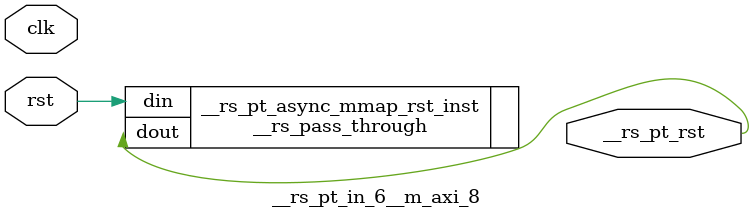
<source format=v>
`timescale 1 ns / 1 ps
/**   Generated by RapidStream   **/
module __rs_pt_in_6__m_axi_8 #(
    parameter BufferSize         = 32,
    parameter BufferSizeLog      = 5,
    parameter AddrWidth          = 64,
    parameter AxiSideAddrWidth   = 64,
    parameter DataWidth          = 512,
    parameter DataWidthBytesLog  = 6,
    parameter WaitTimeWidth      = 4,
    parameter BurstLenWidth      = 8,
    parameter EnableReadChannel  = 1,
    parameter EnableWriteChannel = 1,
    parameter MaxWaitTime        = 3,
    parameter MaxBurstLen        = 15
) (
    output wire __rs_pt_rst,
    input wire  clk,
    input wire  rst
);




__rs_pass_through #(
    .WIDTH (1)
) __rs_pt_async_mmap_rst_inst /**   Generated by RapidStream   **/ (
    .din  (rst),
    .dout (__rs_pt_rst)
);

endmodule  // __rs_pt_in_6__m_axi_8
</source>
